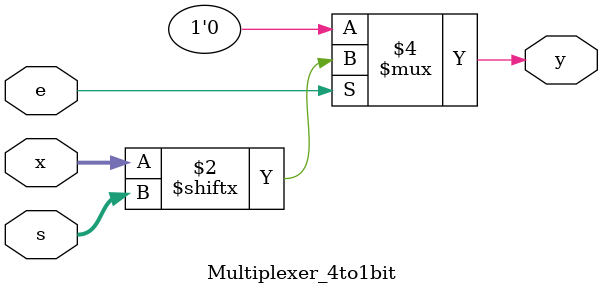
<source format=v>
module Multiplexer_4to1bit(input e, input[3:0] x, output y, input[1:0] s);
	reg y;
	always@(e,x,s)
		if(e)
			y=x[s];
		else
			y=0;
endmodule

</source>
